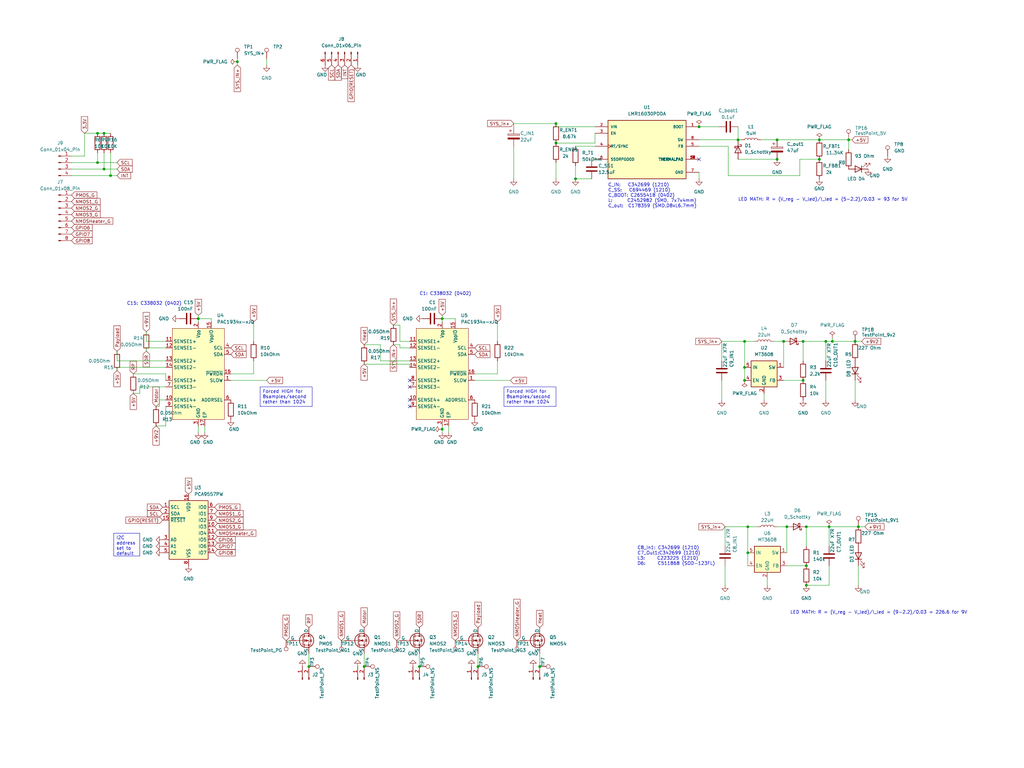
<source format=kicad_sch>
(kicad_sch (version 20230121) (generator eeschema)
  (paper "User" 399.999 299.999)
  (title_block (title "ControlBoardMk1") (company "IrishSat") (comment 1 "Peter Gibbons, Jack Decker, Val Coppo, Dante Lee, Elias Beardmore, Martin Daher..."))
  (junction (at 303.53 54.61))
  (junction (at 40.64 66.04))
  (junction (at 38.1 63.5))
  (junction (at 172.72 124.46))
  (junction (at 273.05 49.53))
  (junction (at 217.17 48.26))
  (junction (at 313.69 133.35))
  (junction (at 186.69 260.35))
  (junction (at 323.85 205.74))
  (junction (at 320.04 54.61))
  (junction (at 292.1 215.9))
  (junction (at 163.83 260.35))
  (junction (at 290.83 143.51))
  (junction (at 224.79 69.85))
  (junction (at 303.53 62.23))
  (junction (at 217.17 55.88))
  (junction (at 290.83 133.35))
  (junction (at 38.1 52.07))
  (junction (at 331.47 54.61))
  (junction (at 320.04 62.23))
  (junction (at 314.96 205.74))
  (junction (at 172.72 167.64))
  (junction (at 314.96 220.98))
  (junction (at 307.34 205.74))
  (junction (at 142.24 260.35))
  (junction (at 290.83 148.59))
  (junction (at 334.01 133.35))
  (junction (at 335.28 205.74))
  (junction (at 325.12 133.35))
  (junction (at 210.82 260.35))
  (junction (at 288.29 54.61))
  (junction (at 306.07 133.35))
  (junction (at 313.69 148.59))
  (junction (at 292.1 205.74))
  (junction (at 40.64 52.07))
  (junction (at 92.71 24.13))
  (junction (at 43.18 68.58))
  (junction (at 77.47 124.46))
  (junction (at 322.58 133.35))
  (junction (at 120.65 260.35))
  (junction (at 314.96 228.6))
  (no_connect (at 160.02 151.13))
  (no_connect (at 160.02 156.21))
  (no_connect (at 273.05 62.23))
  (no_connect (at 160.02 158.75))
  (no_connect (at 160.02 148.59))
  (wire (pts (xy 232.41 55.88) (xy 232.41 52.07)))
  (wire (pts (xy 288.29 62.23) (xy 303.53 62.23)))
  (wire (pts (xy 297.18 54.61) (xy 303.53 54.61)))
  (wire (pts (xy 133.35 250.19) (xy 134.62 250.19)))
  (wire (pts (xy 38.1 63.5) (xy 27.94 63.5)))
  (wire (pts (xy 217.17 49.53) (xy 217.17 48.26)))
  (wire (pts (xy 292.1 215.9) (xy 292.1 220.98)))
  (wire (pts (xy 283.21 220.98) (xy 283.21 228.6)))
  (wire (pts (xy 177.8 124.46) (xy 172.72 124.46)))
  (wire (pts (xy 325.12 132.08) (xy 325.12 133.35)))
  (wire (pts (xy 288.29 54.61) (xy 288.29 49.53)))
  (wire (pts (xy 334.01 148.59) (xy 334.01 156.21)))
  (wire (pts (xy 273.05 57.15) (xy 284.48 57.15)))
  (wire (pts (xy 163.83 255.27) (xy 163.83 260.35)))
  (wire (pts (xy 290.83 133.35) (xy 290.83 143.51)))
  (wire (pts (xy 99.06 146.05) (xy 99.06 140.97)))
  (wire (pts (xy 200.66 48.26) (xy 217.17 48.26)))
  (wire (pts (xy 54.61 153.67) (xy 52.07 153.67)))
  (wire (pts (xy 120.65 255.27) (xy 120.65 260.35)))
  (wire (pts (xy 82.55 124.46) (xy 77.47 124.46)))
  (wire (pts (xy 298.45 153.67) (xy 298.45 156.21)))
  (wire (pts (xy 111.76 250.19) (xy 113.03 250.19)))
  (wire (pts (xy 33.02 60.96) (xy 33.02 52.07)))
  (wire (pts (xy 172.72 168.91) (xy 172.72 167.64)))
  (wire (pts (xy 52.07 146.05) (xy 64.77 146.05)))
  (wire (pts (xy 323.85 213.36) (xy 323.85 205.74)))
  (wire (pts (xy 40.64 59.69) (xy 40.64 66.04)))
  (wire (pts (xy 323.85 205.74) (xy 314.96 205.74)))
  (wire (pts (xy 200.66 69.85) (xy 200.66 57.15)))
  (wire (pts (xy 331.47 54.61) (xy 331.47 58.42)))
  (wire (pts (xy 92.71 22.86) (xy 92.71 24.13)))
  (wire (pts (xy 153.67 134.62) (xy 156.21 134.62)))
  (wire (pts (xy 45.72 63.5) (xy 38.1 63.5)))
  (wire (pts (xy 217.17 55.88) (xy 232.41 55.88)))
  (wire (pts (xy 217.17 63.5) (xy 217.17 69.85)))
  (wire (pts (xy 283.21 205.74) (xy 283.21 213.36)))
  (wire (pts (xy 232.41 49.53) (xy 217.17 49.53)))
  (wire (pts (xy 292.1 205.74) (xy 292.1 215.9)))
  (wire (pts (xy 312.42 62.23) (xy 320.04 62.23)))
  (wire (pts (xy 142.24 134.62) (xy 148.59 134.62)))
  (wire (pts (xy 43.18 59.69) (xy 43.18 68.58)))
  (wire (pts (xy 57.15 133.35) (xy 57.15 129.54)))
  (wire (pts (xy 290.83 133.35) (xy 294.64 133.35)))
  (wire (pts (xy 325.12 133.35) (xy 334.01 133.35)))
  (wire (pts (xy 306.07 148.59) (xy 313.69 148.59)))
  (wire (pts (xy 210.82 255.27) (xy 210.82 260.35)))
  (wire (pts (xy 323.85 205.74) (xy 335.28 205.74)))
  (wire (pts (xy 45.72 140.97) (xy 45.72 137.16)))
  (wire (pts (xy 289.56 54.61) (xy 288.29 54.61)))
  (wire (pts (xy 77.47 166.37) (xy 77.47 168.91)))
  (wire (pts (xy 323.85 228.6) (xy 314.96 228.6)))
  (wire (pts (xy 154.94 250.19) (xy 156.21 250.19)))
  (wire (pts (xy 307.34 220.98) (xy 314.96 220.98)))
  (wire (pts (xy 303.53 205.74) (xy 307.34 205.74)))
  (wire (pts (xy 148.59 140.97) (xy 160.02 140.97)))
  (wire (pts (xy 331.47 54.61) (xy 332.74 54.61)))
  (wire (pts (xy 200.66 48.26) (xy 200.66 49.53)))
  (wire (pts (xy 80.01 168.91) (xy 80.01 166.37)))
  (wire (pts (xy 323.85 220.98) (xy 323.85 228.6)))
  (wire (pts (xy 284.48 57.15) (xy 284.48 68.58)))
  (wire (pts (xy 156.21 134.62) (xy 156.21 135.89)))
  (wire (pts (xy 153.67 127) (xy 156.21 127)))
  (wire (pts (xy 231.14 69.85) (xy 224.79 69.85)))
  (wire (pts (xy 322.58 133.35) (xy 313.69 133.35)))
  (wire (pts (xy 77.47 124.46) (xy 77.47 125.73)))
  (wire (pts (xy 45.72 66.04) (xy 40.64 66.04)))
  (wire (pts (xy 306.07 133.35) (xy 306.07 143.51)))
  (wire (pts (xy 312.42 68.58) (xy 312.42 62.23)))
  (wire (pts (xy 38.1 52.07) (xy 40.64 52.07)))
  (wire (pts (xy 77.47 123.19) (xy 77.47 124.46)))
  (wire (pts (xy 322.58 140.97) (xy 322.58 133.35)))
  (wire (pts (xy 334.01 133.35) (xy 336.55 133.35)))
  (wire (pts (xy 273.05 54.61) (xy 288.29 54.61)))
  (wire (pts (xy 45.72 143.51) (xy 45.72 144.78)))
  (wire (pts (xy 335.28 220.98) (xy 335.28 228.6)))
  (wire (pts (xy 281.94 133.35) (xy 290.83 133.35)))
  (wire (pts (xy 64.77 140.97) (xy 45.72 140.97)))
  (wire (pts (xy 104.14 148.59) (xy 90.17 148.59)))
  (wire (pts (xy 99.06 125.73) (xy 99.06 133.35)))
  (wire (pts (xy 281.94 148.59) (xy 281.94 156.21)))
  (wire (pts (xy 224.79 57.15) (xy 232.41 57.15)))
  (wire (pts (xy 172.72 167.64) (xy 172.72 166.37)))
  (wire (pts (xy 27.94 60.96) (xy 33.02 60.96)))
  (wire (pts (xy 38.1 59.69) (xy 38.1 63.5)))
  (wire (pts (xy 224.79 69.85) (xy 224.79 64.77)))
  (wire (pts (xy 43.18 68.58) (xy 27.94 68.58)))
  (wire (pts (xy 194.31 125.73) (xy 194.31 133.35)))
  (wire (pts (xy 322.58 148.59) (xy 322.58 156.21)))
  (wire (pts (xy 148.59 134.62) (xy 148.59 140.97)))
  (wire (pts (xy 177.8 250.19) (xy 179.07 250.19)))
  (wire (pts (xy 64.77 133.35) (xy 57.15 133.35)))
  (wire (pts (xy 335.28 205.74) (xy 337.82 205.74)))
  (wire (pts (xy 90.17 146.05) (xy 99.06 146.05)))
  (wire (pts (xy 62.23 158.75) (xy 62.23 156.21)))
  (wire (pts (xy 231.14 62.23) (xy 232.41 62.23)))
  (wire (pts (xy 64.77 151.13) (xy 54.61 151.13)))
  (wire (pts (xy 38.1 52.07) (xy 33.02 52.07)))
  (wire (pts (xy 303.53 54.61) (xy 320.04 54.61)))
  (wire (pts (xy 307.34 205.74) (xy 307.34 215.9)))
  (wire (pts (xy 186.69 255.27) (xy 186.69 260.35)))
  (wire (pts (xy 54.61 151.13) (xy 54.61 153.67)))
  (wire (pts (xy 185.42 146.05) (xy 194.31 146.05)))
  (wire (pts (xy 92.71 24.13) (xy 92.71 25.4)))
  (wire (pts (xy 322.58 133.35) (xy 325.12 133.35)))
  (wire (pts (xy 45.72 68.58) (xy 43.18 68.58)))
  (wire (pts (xy 64.77 146.05) (xy 64.77 148.59)))
  (wire (pts (xy 142.24 255.27) (xy 142.24 260.35)))
  (wire (pts (xy 284.48 68.58) (xy 312.42 68.58)))
  (wire (pts (xy 160.02 135.89) (xy 156.21 135.89)))
  (wire (pts (xy 313.69 133.35) (xy 313.69 140.97)))
  (wire (pts (xy 177.8 125.73) (xy 177.8 124.46)))
  (wire (pts (xy 320.04 54.61) (xy 331.47 54.61)))
  (wire (pts (xy 302.26 133.35) (xy 306.07 133.35)))
  (wire (pts (xy 201.93 250.19) (xy 203.2 250.19)))
  (wire (pts (xy 156.21 133.35) (xy 160.02 133.35)))
  (wire (pts (xy 290.83 143.51) (xy 290.83 148.59)))
  (wire (pts (xy 64.77 166.37) (xy 60.96 166.37)))
  (wire (pts (xy 64.77 135.89) (xy 57.15 135.89)))
  (wire (pts (xy 64.77 143.51) (xy 45.72 143.51)))
  (wire (pts (xy 172.72 123.19) (xy 172.72 124.46)))
  (wire (pts (xy 40.64 52.07) (xy 43.18 52.07)))
  (wire (pts (xy 194.31 146.05) (xy 194.31 140.97)))
  (wire (pts (xy 314.96 205.74) (xy 314.96 213.36)))
  (wire (pts (xy 280.67 49.53) (xy 273.05 49.53)))
  (wire (pts (xy 273.05 69.85) (xy 273.05 67.31)))
  (wire (pts (xy 292.1 205.74) (xy 295.91 205.74)))
  (wire (pts (xy 82.55 125.73) (xy 82.55 124.46)))
  (wire (pts (xy 299.72 226.06) (xy 299.72 228.6)))
  (wire (pts (xy 62.23 158.75) (xy 60.96 158.75)))
  (wire (pts (xy 104.14 22.86) (xy 104.14 25.4)))
  (wire (pts (xy 57.15 135.89) (xy 57.15 137.16)))
  (wire (pts (xy 64.77 158.75) (xy 64.77 166.37)))
  (wire (pts (xy 283.21 205.74) (xy 292.1 205.74)))
  (wire (pts (xy 281.94 133.35) (xy 281.94 140.97)))
  (wire (pts (xy 142.24 142.24) (xy 160.02 142.24)))
  (wire (pts (xy 172.72 124.46) (xy 172.72 125.73)))
  (wire (pts (xy 160.02 142.24) (xy 160.02 143.51)))
  (wire (pts (xy 199.39 148.59) (xy 185.42 148.59)))
  (wire (pts (xy 62.23 156.21) (xy 64.77 156.21)))
  (wire (pts (xy 175.26 168.91) (xy 175.26 166.37)))
  (wire (pts (xy 40.64 66.04) (xy 27.94 66.04)))
  (wire (pts (xy 156.21 133.35) (xy 156.21 127)))
  (text_box "Forced HIGH for 8samples/second rather than 1024" (at 101.6 151.13 0) (size 20.32 7.62) (effects (font (size 1.27 1.27)) (justify left top)))
  (text_box "I2C address set to default" (at 44.45 208.28 0) (size 10.16 8.89) (effects (font (size 1.27 1.27)) (justify left top)))
  (text_box "Forced HIGH for 8samples/second rather than 1024" (at 196.85 151.13 0) (size 20.32 7.62) (effects (font (size 1.27 1.27)) (justify left top)))
  (text "LED MATH: R = (V_reg - V_led)/I_led = (5-2.2)/0.03 = 93 for 5V" (at 288.29 78.74 0) (effects (font (size 1.27 1.27)) (justify left bottom)))
  (text "C15: C338032 (0402)" (at 49.53 119.38 0) (effects (font (size 1.27 1.27)) (justify left bottom)))
  (text "C8_In1: C342699 (1210)\nC7_Out1:C342699 (1210)\nL3:     C223225 (1210)\nD6:     C511868 (SOD-123FL)\n" (at 248.92 220.98 0) (effects (font (size 1.27 1.27)) (justify left bottom)))
  (text "LED MATH: R = (V_reg - V_led)/I_led = (9-2.2)/0.03 = 226.6 for 9V" (at 308.61 240.03 0) (effects (font (size 1.27 1.27)) (justify left bottom)))
  (text "C_IN:   C342699 (1210)\nC_SS:   C694469 (1210)\nC_BOOT: C2655418 (0402)\nL:      C2452982 (SMD, 7x7x4mm)\nC_out:  C178359 (SMD,D8xL6.7mm)" (at 237.49 81.28 0) (effects (font (size 1.27 1.27)) (justify left bottom)))
  (text "C1: C338032 (0402)" (at 163.83 115.57 0) (effects (font (size 1.27 1.27)) (justify left bottom)))
  (global_label "SDA" (shape input) (at 45.72 66.04 0) (property "Intersheetrefs" "${INTERSHEET_REFS}" (effects hide)))
  (global_label "SDA" (shape input) (at 132.08 25.4 270) (property "Intersheetrefs" "${INTERSHEET_REFS}" (effects hide)))
  (global_label "+5V" (shape input) (at 199.39 148.59 0) (property "Intersheetrefs" "${INTERSHEET_REFS}" (effects hide)))
  (global_label "+5V" (shape input) (at 194.31 125.73 90) (property "Intersheetrefs" "${INTERSHEET_REFS}" (effects hide)))
  (global_label "NMOSHeater_G" (shape input) (at 27.94 86.36 0) (property "Intersheetrefs" "${INTERSHEET_REFS}" (effects hide)))
  (global_label "RP" (shape input) (at 52.07 146.05 90) (property "Intersheetrefs" "${INTERSHEET_REFS}" (effects hide)))
  (global_label "+9V1" (shape input) (at 57.15 129.54 90) (property "Intersheetrefs" "${INTERSHEET_REFS}" (effects hide)))
  (global_label "NMOS2_G" (shape input) (at 154.94 250.19 90) (property "Intersheetrefs" "${INTERSHEET_REFS}" (effects hide)))
  (global_label "Motor" (shape input) (at 142.24 245.11 90) (property "Intersheetrefs" "${INTERSHEET_REFS}" (effects hide)))
  (global_label "SDA" (shape input) (at 185.42 138.43 0) (property "Intersheetrefs" "${INTERSHEET_REFS}" (effects hide)))
  (global_label "PMOS_G" (shape input) (at 111.76 250.19 90) (property "Intersheetrefs" "${INTERSHEET_REFS}" (effects hide)))
  (global_label "GPIO7" (shape input) (at 83.82 213.36 0) (property "Intersheetrefs" "${INTERSHEET_REFS}" (effects hide)))
  (global_label "SDR" (shape input) (at 57.15 137.16 270) (property "Intersheetrefs" "${INTERSHEET_REFS}" (effects hide)))
  (global_label "NMOS3_G" (shape input) (at 27.94 83.82 0) (property "Intersheetrefs" "${INTERSHEET_REFS}" (effects hide)))
  (global_label "INT" (shape input) (at 134.62 25.4 270) (property "Intersheetrefs" "${INTERSHEET_REFS}" (effects hide)))
  (global_label "SCL" (shape input) (at 185.42 135.89 0) (property "Intersheetrefs" "${INTERSHEET_REFS}" (effects hide)))
  (global_label "+5V" (shape input) (at 332.74 54.61 0) (property "Intersheetrefs" "${INTERSHEET_REFS}" (effects hide)))
  (global_label "NMOS3_G" (shape input) (at 177.8 250.19 90) (property "Intersheetrefs" "${INTERSHEET_REFS}" (effects hide)))
  (global_label "NMOSHeater_G" (shape input) (at 201.93 250.19 90) (property "Intersheetrefs" "${INTERSHEET_REFS}" (effects hide)))
  (global_label "SYS_in+" (shape input) (at 281.94 133.35 180) (property "Intersheetrefs" "${INTERSHEET_REFS}" (effects hide)))
  (global_label "GPIO(RESET)" (shape input) (at 63.5 203.2 180) (property "Intersheetrefs" "${INTERSHEET_REFS}" (effects hide)))
  (global_label "NMOS3_G" (shape input) (at 83.82 205.74 0) (property "Intersheetrefs" "${INTERSHEET_REFS}" (effects hide)))
  (global_label "SYS_in+" (shape input) (at 283.21 205.74 180) (property "Intersheetrefs" "${INTERSHEET_REFS}" (effects hide)))
  (global_label "+5V" (shape input) (at 142.24 142.24 270) (property "Intersheetrefs" "${INTERSHEET_REFS}" (effects hide)))
  (global_label "SYS_IN+" (shape input) (at 153.67 134.62 270) (property "Intersheetrefs" "${INTERSHEET_REFS}" (effects hide)))
  (global_label "NMOSHeater_G" (shape input) (at 83.82 208.28 0) (property "Intersheetrefs" "${INTERSHEET_REFS}" (effects hide)))
  (global_label "Payload" (shape input) (at 186.69 245.11 90) (property "Intersheetrefs" "${INTERSHEET_REFS}" (effects hide)))
  (global_label "SCL" (shape input) (at 63.5 200.66 180) (property "Intersheetrefs" "${INTERSHEET_REFS}" (effects hide)))
  (global_label "Motor" (shape input) (at 60.96 158.75 90) (property "Intersheetrefs" "${INTERSHEET_REFS}" (effects hide)))
  (global_label "+5V" (shape input) (at 52.07 153.67 270) (property "Intersheetrefs" "${INTERSHEET_REFS}" (effects hide)))
  (global_label "GPIO8" (shape input) (at 27.94 93.98 0) (property "Intersheetrefs" "${INTERSHEET_REFS}" (effects hide)))
  (global_label "SCL" (shape input) (at 45.72 63.5 0) (property "Intersheetrefs" "${INTERSHEET_REFS}" (effects hide)))
  (global_label "+9V2" (shape input) (at 336.55 133.35 0) (property "Intersheetrefs" "${INTERSHEET_REFS}" (effects hide)))
  (global_label "SCL" (shape input) (at 129.54 25.4 270) (property "Intersheetrefs" "${INTERSHEET_REFS}" (effects hide)))
  (global_label "GPIO6" (shape input) (at 27.94 88.9 0) (property "Intersheetrefs" "${INTERSHEET_REFS}" (effects hide)))
  (global_label "Heat" (shape input) (at 142.24 134.62 90) (property "Intersheetrefs" "${INTERSHEET_REFS}" (effects hide)))
  (global_label "SYS_in+" (shape input) (at 200.66 48.26 180) (property "Intersheetrefs" "${INTERSHEET_REFS}" (effects hide)))
  (global_label "+5V" (shape input) (at 73.66 193.04 90) (property "Intersheetrefs" "${INTERSHEET_REFS}" (effects hide)))
  (global_label "+5V" (shape input) (at 45.72 144.78 270) (property "Intersheetrefs" "${INTERSHEET_REFS}" (effects hide)))
  (global_label "INT" (shape input) (at 45.72 68.58 0) (property "Intersheetrefs" "${INTERSHEET_REFS}" (effects hide)))
  (global_label "SDA" (shape input) (at 63.5 198.12 180) (property "Intersheetrefs" "${INTERSHEET_REFS}" (effects hide)))
  (global_label "+5V" (shape input) (at 99.06 125.73 90) (property "Intersheetrefs" "${INTERSHEET_REFS}" (effects hide)))
  (global_label "PMOS_G" (shape input) (at 83.82 198.12 0) (property "Intersheetrefs" "${INTERSHEET_REFS}" (effects hide)))
  (global_label "Heat" (shape input) (at 210.82 245.11 90) (property "Intersheetrefs" "${INTERSHEET_REFS}" (effects hide)))
  (global_label "+5V" (shape input) (at 77.47 123.19 90) (property "Intersheetrefs" "${INTERSHEET_REFS}" (effects hide)))
  (global_label "NMOS1_G" (shape input) (at 133.35 250.19 90) (property "Intersheetrefs" "${INTERSHEET_REFS}" (effects hide)))
  (global_label "+5V" (shape input) (at 172.72 123.19 90) (property "Intersheetrefs" "${INTERSHEET_REFS}" (effects hide)))
  (global_label "GPIO6" (shape input) (at 83.82 210.82 0) (property "Intersheetrefs" "${INTERSHEET_REFS}" (effects hide)))
  (global_label "3.3V" (shape input) (at 33.02 52.07 90) (property "Intersheetrefs" "${INTERSHEET_REFS}" (effects hide)))
  (global_label "RP" (shape input) (at 120.65 245.11 90) (property "Intersheetrefs" "${INTERSHEET_REFS}" (effects hide)))
  (global_label "+5V" (shape input) (at 104.14 148.59 0) (property "Intersheetrefs" "${INTERSHEET_REFS}" (effects hide)))
  (global_label "GPIO8" (shape input) (at 83.82 215.9 0) (property "Intersheetrefs" "${INTERSHEET_REFS}" (effects hide)))
  (global_label "SDA" (shape input) (at 90.17 138.43 0) (property "Intersheetrefs" "${INTERSHEET_REFS}" (effects hide)))
  (global_label "+9V2" (shape input) (at 60.96 166.37 270) (property "Intersheetrefs" "${INTERSHEET_REFS}" (effects hide)))
  (global_label "SYS_in+" (shape input) (at 153.67 127 90) (property "Intersheetrefs" "${INTERSHEET_REFS}" (effects hide)))
  (global_label "PMOS_G" (shape input) (at 27.94 76.2 0) (property "Intersheetrefs" "${INTERSHEET_REFS}" (effects hide)))
  (global_label "Payload" (shape input) (at 45.72 137.16 90) (property "Intersheetrefs" "${INTERSHEET_REFS}" (effects hide)))
  (global_label "NMOS1_G" (shape input) (at 27.94 78.74 0) (property "Intersheetrefs" "${INTERSHEET_REFS}" (effects hide)))
  (global_label "SCL" (shape input) (at 90.17 135.89 0) (property "Intersheetrefs" "${INTERSHEET_REFS}" (effects hide)))
  (global_label "NMOS1_G" (shape input) (at 83.82 200.66 0) (property "Intersheetrefs" "${INTERSHEET_REFS}" (effects hide)))
  (global_label "NMOS2_G" (shape input) (at 27.94 81.28 0) (property "Intersheetrefs" "${INTERSHEET_REFS}" (effects hide)))
  (global_label "GPIO(RESET)" (shape input) (at 137.16 25.4 270) (property "Intersheetrefs" "${INTERSHEET_REFS}" (effects hide)))
  (global_label "NMOS2_G" (shape input) (at 83.82 203.2 0) (property "Intersheetrefs" "${INTERSHEET_REFS}" (effects hide)))
  (global_label "SYS_IN+" (shape input) (at 92.71 25.4 270) (property "Intersheetrefs" "${INTERSHEET_REFS}" (effects hide)))
  (global_label "SDR" (shape input) (at 163.83 245.11 90) (property "Intersheetrefs" "${INTERSHEET_REFS}" (effects hide)))
  (global_label "+9V1" (shape input) (at 337.82 205.74 0) (property "Intersheetrefs" "${INTERSHEET_REFS}" (effects hide)))
  (global_label "GPIO7" (shape input) (at 27.94 91.44 0) (property "Intersheetrefs" "${INTERSHEET_REFS}" (effects hide)))
  (symbol (lib_id "power:GND") (at 322.58 156.21 0) (unit 1)
    (property "Reference" "#PWR029" (effects hide))
    (property "Value" "GND" (at 322.58 161.29 0))
  )
  (symbol (lib_id "Device:R") (at 217.17 59.69 0) (unit 1)
    (property "Reference" "R_ENB1" (at 218.44 58.42 0) (effects (justify left)))
    (property "Value" "2k" (at 219.71 60.96 0) (effects (justify left)))
    (property "Footprint" "Resistor_SMD:R_0402_1005Metric" (effects hide))
  )
  (symbol (lib_id "power:GND") (at 80.01 168.91 0) (unit 1)
    (property "Reference" "#PWR042" (effects hide))
    (property "Value" "GND" (at 81.28 172.72 0))
  )
  (symbol (lib_id "Connector:Conn_01x02_Pin") (at 118.11 265.43 90) (unit 1)
    (property "Reference" "J2" (at 121.92 263.525 90) (effects (justify right)))
    (property "Value" "Conn_01x02_Pin" (effects hide))
    (property "Footprint" "Connector_JST:JST_PH_S2B-PH-K_1x02_P2.00mm_Horizontal" (effects hide))
  )
  (symbol (lib_id "Device:R") (at 142.24 138.43 180) (unit 1)
    (property "Reference" "R17" (at 148.59 139.7 0) (effects (justify left)))
    (property "Value" "0.05Ohm" (at 152.4 137.16 0) (effects (justify left)))
    (property "Footprint" "Resistor_SMD:R_1206_3216Metric" (effects hide))
  )
  (symbol (lib_id "Device:C_Polarized") (at 200.66 53.34 0) (unit 1)
    (property "Reference" "C_IN1" (at 203.2 52.07 0) (effects (justify left)))
    (property "Value" "22uF" (at 203.2 54.61 0) (effects (justify left)))
    (property "Footprint" "Capacitor_SMD:C_1210_3225Metric" (effects hide))
  )
  (symbol (lib_id "Sensor_Energy:PAC1934x-xJQ") (at 77.47 146.05 0) (unit 1)
    (property "Reference" "U4" (at 84.7441 123.19 0) (effects (justify left)))
    (property "Value" "PAC1934x-xJQ" (at 84.7441 125.73 0) (effects (justify left)))
    (property "Footprint" "Package_DFN_QFN:UQFN-16-1EP_4x4mm_P0.65mm_EP2.6x2.6mm" (effects hide))
    (property "Datasheet" "https://ww1.microchip.com/downloads/en/DeviceDoc/PAC1931-Family-Data-Sheet-DS20005850E.pdf" (effects hide))
  )
  (symbol (lib_id "power:GND") (at 283.21 228.6 0) (unit 1)
    (property "Reference" "#PWR024" (effects hide))
    (property "Value" "GND" (at 283.21 233.68 0))
  )
  (symbol (lib_id "Connector:Conn_01x02_Pin") (at 184.15 265.43 90) (unit 1)
    (property "Reference" "J5" (at 187.96 263.525 90) (effects (justify right)))
    (property "Value" "Conn_01x02_Pin" (effects hide))
    (property "Footprint" "Connector_JST:JST_PH_S2B-PH-K_1x02_P2.00mm_Horizontal" (effects hide))
  )
  (symbol (lib_id "power:GND") (at 185.42 163.83 0) (unit 1)
    (property "Reference" "#PWR020" (effects hide))
    (property "Value" "GND" (at 186.69 167.64 0))
  )
  (symbol (lib_id "Device:R") (at 153.67 130.81 180) (unit 1)
    (property "Reference" "R19" (at 152.4 132.08 0) (effects (justify left)))
    (property "Value" "0.05Ohm" (at 152.4 129.54 0) (effects (justify left)))
    (property "Footprint" "Resistor_SMD:R_1206_3216Metric" (effects hide))
  )
  (symbol (lib_id "Device:R") (at 313.69 152.4 0) (unit 1)
    (property "Reference" "R4" (at 316.23 151.13 0) (effects (justify left)))
    (property "Value" "10k" (at 316.23 153.67 0) (effects (justify left)))
    (property "Footprint" "Resistor_SMD:R_0402_1005Metric" (effects hide))
  )
  (symbol (lib_id "power:GND") (at 208.28 260.35 180) (unit 1)
    (property "Reference" "#PWR013" (effects hide))
    (property "Value" "GND" (at 208.28 255.27 0))
  )
  (symbol (lib_id "Device:C") (at 283.21 217.17 0) (unit 1)
    (property "Reference" "C8_IN1" (at 287.02 215.9 90) (effects (justify left)))
    (property "Value" "22uF X7R" (at 284.48 215.9 90) (effects (justify left)))
    (property "Footprint" "Capacitor_SMD:C_1210_3225Metric" (effects hide))
  )
  (symbol (lib_id "Device:C") (at 281.94 144.78 0) (unit 1)
    (property "Reference" "C9_IN1" (at 285.75 143.51 90) (effects (justify left)))
    (property "Value" "22uF X7R" (at 283.21 143.51 90) (effects (justify left)))
    (property "Footprint" "Capacitor_SMD:C_1210_3225Metric" (effects hide))
  )
  (symbol (lib_id "Connector:TestPoint") (at 201.93 250.19 180) (unit 1)
    (property "Reference" "TP21" (at 201.93 251.46 0) (effects (justify right)))
    (property "Value" "TestPoint_NG3" (at 191.77 254 0) (effects (justify right)))
    (property "Footprint" "TestPoint:TestPoint_Pad_1.5x1.5mm" (effects hide))
  )
  (symbol (lib_id "Connector:TestPoint") (at 331.47 54.61 0) (unit 1)
    (property "Reference" "TP16" (at 334.01 50.038 0) (effects (justify left)))
    (property "Value" "TestPoint_5V" (at 334.01 52.07 0) (effects (justify left)))
    (property "Footprint" "TestPoint:TestPoint_Pad_3.0x3.0mm" (effects hide))
  )
  (symbol (lib_id "power:GND") (at 313.69 156.21 0) (unit 1)
    (property "Reference" "#PWR027" (effects hide))
    (property "Value" "GND" (at 313.69 161.29 0))
  )
  (symbol (lib_id "power:GND") (at 63.5 215.9 270) (unit 1)
    (property "Reference" "#PWR033" (effects hide))
    (property "Value" "GND" (at 59.69 215.9 90) (effects (justify right)))
  )
  (symbol (lib_id "Device:L") (at 293.37 54.61 90) (unit 1)
    (property "Reference" "L1" (at 293.37 49.53 90))
    (property "Value" "5uH" (at 293.37 52.07 90))
    (property "Footprint" "Inductor_SMD:L_6.3x6.3_H3" (effects hide))
  )
  (symbol (lib_id "power:PWR_FLAG") (at 323.85 205.74 0) (unit 1)
    (property "Reference" "#FLG06" (effects hide))
    (property "Value" "PWR_FLAG" (at 323.85 200.66 0))
  )
  (symbol (lib_id "Device:LED") (at 335.28 217.17 90) (unit 1)
    (property "Reference" "D3" (at 332.74 218.44 0))
    (property "Value" "LED" (at 332.74 214.63 0))
    (property "Footprint" "LED_SMD:LED_0402_1005Metric" (effects hide))
  )
  (symbol (lib_id "Device:R") (at 320.04 58.42 0) (unit 1)
    (property "Reference" "R_FBT1" (at 321.31 57.15 0) (effects (justify left)))
    (property "Value" "11.34K" (at 322.58 59.69 0) (effects (justify left)))
    (property "Footprint" "Resistor_SMD:R_0402_1005Metric" (effects hide))
  )
  (symbol (lib_id "power:GND") (at 217.17 69.85 0) (unit 1)
    (property "Reference" "#PWR09" (effects hide))
    (property "Value" "GND" (at 217.17 74.93 0))
  )
  (symbol (lib_id "Device:R") (at 224.79 60.96 0) (unit 1)
    (property "Reference" "R_T1" (at 227.33 59.69 0) (effects (justify left)))
    (property "Value" "50kOhm" (at 227.33 62.23 0) (effects (justify left)))
    (property "Footprint" "Resistor_SMD:R_0402_1005Metric" (effects hide))
  )
  (symbol (lib_id "power:PWR_FLAG") (at 273.05 49.53 0) (unit 1)
    (property "Reference" "#FLG02" (effects hide))
    (property "Value" "PWR_FLAG" (at 273.05 44.45 0))
  )
  (symbol (lib_id "power:GND") (at 127 25.4 0) (unit 1)
    (property "Reference" "#PWR01" (effects hide))
    (property "Value" "GND" (at 125.73 29.21 0))
  )
  (symbol (lib_id "Simulation_SPICE:NMOS") (at 208.28 250.19 0) (unit 1)
    (property "Reference" "Q5" (at 214.63 248.92 0) (effects (justify left)))
    (property "Value" "NMOS4" (at 214.63 251.46 0) (effects (justify left)))
    (property "Footprint" "IRLML2502:SOT95P237X112-3N" (effects hide))
    (property "Datasheet" "https://ngspice.sourceforge.io/docs/ngspice-manual.pdf" (effects hide))
    (property "Sim.Device" "NMOS" (effects hide))
    (property "Sim.Type" "VDMOS" (effects hide))
    (property "Sim.Pins" "1=D 2=G 3=S" (effects hide))
  )
  (symbol (lib_id "Regulator_Switching:MT3608") (at 298.45 146.05 0) (unit 1)
    (property "Reference" "U2" (at 298.45 135.89 0))
    (property "Value" "MT3608" (at 298.45 138.43 0))
    (property "Footprint" "Package_TO_SOT_SMD:SOT-23-6" (effects hide))
    (property "Datasheet" "https://www.olimex.com/Products/Breadboarding/BB-PWR-3608/resources/MT3608.pdf" (effects hide))
  )
  (symbol (lib_id "Connector:TestPoint") (at 92.71 22.86 0) (unit 1)
    (property "Reference" "TP1" (at 95.25 18.288 0) (effects (justify left)))
    (property "Value" "SYS_IN+" (at 95.25 20.828 0) (effects (justify left)))
    (property "Footprint" "TestPoint:TestPoint_Pad_3.0x3.0mm" (effects hide))
  )
  (symbol (lib_id "Connector:TestPoint") (at 154.94 250.19 180) (unit 1)
    (property "Reference" "TP13" (at 154.94 251.46 0) (effects (justify right)))
    (property "Value" "TestPoint_NG2" (at 144.78 254 0) (effects (justify right)))
    (property "Footprint" "TestPoint:TestPoint_Pad_1.5x1.5mm" (effects hide))
  )
  (symbol (lib_id "power:GND") (at 175.26 168.91 0) (unit 1)
    (property "Reference" "#PWR019" (effects hide))
    (property "Value" "GND" (at 176.53 172.72 0))
  )
  (symbol (lib_id "Device:LED") (at 335.28 66.04 180) (unit 1)
    (property "Reference" "D4" (at 336.55 69.85 0))
    (property "Value" "LED" (at 332.74 69.85 0))
    (property "Footprint" "LED_SMD:LED_0402_1005Metric" (effects hide))
  )
  (symbol (lib_id "power:GND") (at 104.14 25.4 0) (unit 1)
    (property "Reference" "#PWR06" (effects hide))
    (property "Value" "GND" (at 104.14 30.48 0))
  )
  (symbol (lib_id "Device:R") (at 43.18 55.88 180) (unit 1)
    (property "Reference" "R16" (at 41.91 54.61 0) (effects (justify right)))
    (property "Value" "10K" (at 41.91 57.15 0) (effects (justify right)))
    (property "Footprint" "Resistor_SMD:R_0402_1005Metric" (effects hide))
  )
  (symbol (lib_id "power:GND") (at 281.94 156.21 0) (unit 1)
    (property "Reference" "#PWR025" (effects hide))
    (property "Value" "GND" (at 281.94 161.29 0))
  )
  (symbol (lib_id "Device:LED") (at 334.01 144.78 90) (unit 1)
    (property "Reference" "D8" (at 331.47 146.05 0))
    (property "Value" "LED" (at 331.47 142.24 0))
    (property "Footprint" "LED_SMD:LED_0402_1005Metric" (effects hide))
  )
  (symbol (lib_id "power:GND") (at 63.5 213.36 270) (unit 1)
    (property "Reference" "#PWR034" (effects hide))
    (property "Value" "GND" (at 59.69 213.36 90) (effects (justify right)))
  )
  (symbol (lib_id "Connector:Conn_01x04_Pin") (at 22.86 63.5 0) (unit 1)
    (property "Reference" "J9" (at 23.495 55.88 0))
    (property "Value" "Conn_01x04_Pin" (at 23.495 58.42 0))
    (property "Footprint" "Connector_PinHeader_2.54mm:PinHeader_1x04_P2.54mm_Vertical" (effects hide))
  )
  (symbol (lib_id "Connector:TestPoint") (at 346.71 60.96 0) (unit 1)
    (property "Reference" "TP8" (at 349.25 56.388 0) (effects (justify left)))
    (property "Value" "GND" (at 349.25 58.928 0) (effects (justify left)))
    (property "Footprint" "TestPoint:TestPoint_Pad_2.0x2.0mm" (effects hide))
  )
  (symbol (lib_id "Regulator_Switching:MT3608") (at 299.72 218.44 0) (unit 1)
    (property "Reference" "U6" (at 299.72 208.28 0))
    (property "Value" "MT3608" (at 299.72 210.82 0))
    (property "Footprint" "Package_TO_SOT_SMD:SOT-23-6" (effects hide))
    (property "Datasheet" "https://www.olimex.com/Products/Breadboarding/BB-PWR-3608/resources/MT3608.pdf" (effects hide))
  )
  (symbol (lib_id "Connector:TestPoint") (at 142.24 260.35 270) (unit 1)
    (property "Reference" "TP4" (at 143.51 260.35 0) (effects (justify right)))
    (property "Value" "TestPoint_NS" (at 147.32 273.05 0) (effects (justify right)))
    (property "Footprint" "TestPoint:TestPoint_Pad_1.5x1.5mm" (effects hide))
  )
  (symbol (lib_id "power:GND") (at 298.45 156.21 0) (unit 1)
    (property "Reference" "#PWR026" (effects hide))
    (property "Value" "GND" (at 298.45 161.29 0))
  )
  (symbol (lib_id "Connector:TestPoint") (at 120.65 260.35 270) (unit 1)
    (property "Reference" "TP3" (at 121.92 260.35 0) (effects (justify right)))
    (property "Value" "TestPoint_PS" (at 125.73 273.05 0) (effects (justify right)))
    (property "Footprint" "TestPoint:TestPoint_Pad_1.5x1.5mm" (effects hide))
  )
  (symbol (lib_id "Device:R") (at 314.96 224.79 0) (unit 1)
    (property "Reference" "R2" (at 317.5 223.52 0) (effects (justify left)))
    (property "Value" "10k" (at 317.5 226.06 0) (effects (justify left)))
    (property "Footprint" "Resistor_SMD:R_0402_1005Metric" (effects hide))
  )
  (symbol (lib_id "Connector:TestPoint") (at 210.82 260.35 270) (unit 1)
    (property "Reference" "TP7" (at 212.09 260.35 0) (effects (justify right)))
    (property "Value" "TestPoint_NS" (at 215.9 273.05 0) (effects (justify right)))
    (property "Footprint" "TestPoint:TestPoint_Pad_1.5x1.5mm" (effects hide))
  )
  (symbol (lib_id "Device:R") (at 313.69 144.78 0) (unit 1)
    (property "Reference" "R3" (at 316.23 143.51 0) (effects (justify left)))
    (property "Value" "2.2k" (at 316.23 146.05 0) (effects (justify left)))
    (property "Footprint" "Resistor_SMD:R_0402_1005Metric" (effects hide))
  )
  (symbol (lib_id "Device:R") (at 194.31 137.16 0) (unit 1)
    (property "Reference" "R22" (at 196.85 135.89 0) (effects (justify left)))
    (property "Value" "10kOhm" (at 196.85 138.43 0) (effects (justify left)))
    (property "Footprint" "Resistor_SMD:R_0402_1005Metric" (effects hide))
  )
  (symbol (lib_id "power:GND") (at 339.09 66.04 0) (unit 1)
    (property "Reference" "#PWR036" (effects hide))
    (property "Value" "GND" (at 341.63 68.58 0))
  )
  (symbol (lib_id "power:GND") (at 90.17 163.83 0) (unit 1)
    (property "Reference" "#PWR044" (effects hide))
    (property "Value" "GND" (at 91.44 167.64 0))
  )
  (symbol (lib_id "power:GND") (at 139.7 260.35 180) (unit 1)
    (property "Reference" "#PWR03" (effects hide))
    (property "Value" "GND" (at 139.7 255.27 0))
  )
  (symbol (lib_id "Sensor_Energy:PAC1934x-xJQ") (at 172.72 146.05 0) (unit 1)
    (property "Reference" "U5" (at 179.9941 123.19 0) (effects (justify left)))
    (property "Value" "PAC1934x-xJQ" (at 179.9941 125.73 0) (effects (justify left)))
    (property "Footprint" "Package_DFN_QFN:UQFN-16-1EP_4x4mm_P0.65mm_EP2.6x2.6mm" (effects hide))
    (property "Datasheet" "https://ww1.microchip.com/downloads/en/DeviceDoc/PAC1931-Family-Data-Sheet-DS20005850E.pdf" (effects hide))
  )
  (symbol (lib_id "Device:C") (at 284.48 49.53 90) (unit 1)
    (property "Reference" "C_boot1" (at 284.48 43.18 90))
    (property "Value" "0.1uF" (at 284.48 45.72 90))
    (property "Footprint" "Capacitor_SMD:C_0402_1005Metric" (effects hide))
  )
  (symbol (lib_id "Device:C") (at 231.14 66.04 0) (unit 1)
    (property "Reference" "C_SS1" (at 233.68 64.77 0) (effects (justify left)))
    (property "Value" "12.5uF" (at 233.68 67.31 0) (effects (justify left)))
    (property "Footprint" "Capacitor_SMD:C_1210_3225Metric" (effects hide))
  )
  (symbol (lib_id "power:GND") (at 314.96 228.6 0) (unit 1)
    (property "Reference" "#PWR022" (effects hide))
    (property "Value" "GND" (at 314.96 233.68 0))
  )
  (symbol (lib_id "power:GND") (at 320.04 69.85 0) (unit 1)
    (property "Reference" "#PWR012" (effects hide))
    (property "Value" "GND" (at 320.04 73.66 0))
  )
  (symbol (lib_id "power:GND") (at 335.28 228.6 0) (unit 1)
    (property "Reference" "#PWR032" (effects hide))
    (property "Value" "GND" (at 337.82 231.14 0))
  )
  (symbol (lib_id "Device:C") (at 323.85 217.17 0) (unit 1)
    (property "Reference" "C7_OUT1" (at 327.66 215.9 90) (effects (justify left)))
    (property "Value" "22uF X7R" (at 325.12 215.9 90) (effects (justify left)))
    (property "Footprint" "Capacitor_SMD:C_1210_3225Metric" (effects hide))
  )
  (symbol (lib_id "Device:R") (at 38.1 55.88 180) (unit 1)
    (property "Reference" "R6" (at 36.83 54.61 0) (effects (justify right)))
    (property "Value" "10K" (at 36.83 57.15 0) (effects (justify right)))
    (property "Footprint" "Resistor_SMD:R_0402_1005Metric" (effects hide))
  )
  (symbol (lib_id "Connector:Conn_01x06_Pin") (at 134.62 20.32 270) (unit 1)
    (property "Reference" "J8" (at 133.35 15.24 90))
    (property "Value" "Conn_01x06_Pin" (at 133.35 17.78 90))
    (property "Footprint" "Connector_PinHeader_2.54mm:PinHeader_1x06_P2.54mm_Vertical" (effects hide))
  )
  (symbol (lib_id "Device:R") (at 185.42 160.02 0) (unit 1)
    (property "Reference" "R21" (at 187.96 158.75 0) (effects (justify left)))
    (property "Value" "10kOhm" (at 187.96 161.29 0) (effects (justify left)))
    (property "Footprint" "Resistor_SMD:R_0402_1005Metric" (effects hide))
  )
  (symbol (lib_id "Device:R") (at 52.07 149.86 180) (unit 1)
    (property "Reference" "R12" (at 58.42 151.13 0) (effects (justify left)))
    (property "Value" "0.05Ohm" (at 62.23 148.59 0) (effects (justify left)))
    (property "Footprint" "Resistor_SMD:R_1206_3216Metric" (effects hide))
  )
  (symbol (lib_id "Device:R") (at 217.17 52.07 0) (unit 1)
    (property "Reference" "R_ENT1" (at 218.44 50.8 0) (effects (justify left)))
    (property "Value" "8.67k" (at 219.71 53.34 0) (effects (justify left)))
    (property "Footprint" "Resistor_SMD:R_0402_1005Metric" (effects hide))
  )
  (symbol (lib_id "Device:C") (at 168.91 124.46 270) (unit 1)
    (property "Reference" "C1" (at 168.91 118.11 90))
    (property "Value" "100nF" (at 167.64 120.65 90))
    (property "Footprint" "Capacitor_SMD:C_0402_1005Metric" (effects hide))
  )
  (symbol (lib_id "power:GND") (at 172.72 168.91 0) (unit 1)
    (property "Reference" "#PWR018" (effects hide))
    (property "Value" "GND" (at 171.45 172.72 0))
  )
  (symbol (lib_id "Connector:Conn_01x02_Pin") (at 139.7 265.43 90) (unit 1)
    (property "Reference" "J3" (at 143.51 263.525 90) (effects (justify right)))
    (property "Value" "Conn_01x02_Pin" (effects hide))
    (property "Footprint" "Connector_JST:JST_PH_S2B-PH-K_1x02_P2.00mm_Horizontal" (effects hide))
  )
  (symbol (lib_id "power:GND") (at 161.29 260.35 180) (unit 1)
    (property "Reference" "#PWR04" (effects hide))
    (property "Value" "GND" (at 161.29 255.27 0))
  )
  (symbol (lib_id "power:PWR_FLAG") (at 290.83 148.59 180) (unit 1)
    (property "Reference" "#FLG03" (effects hide))
    (property "Value" "PWR_FLAG" (at 290.83 153.67 0))
  )
  (symbol (lib_id "power:GND") (at 118.11 260.35 180) (unit 1)
    (property "Reference" "#PWR02" (effects hide))
    (property "Value" "GND" (at 118.11 255.27 0))
  )
  (symbol (lib_id "Device:C") (at 73.66 124.46 270) (unit 1)
    (property "Reference" "C15" (at 73.66 118.11 90))
    (property "Value" "100nF" (at 72.39 120.65 90))
    (property "Footprint" "Capacitor_SMD:C_0402_1005Metric" (effects hide))
  )
  (symbol (lib_id "Device:L") (at 298.45 133.35 90) (unit 1)
    (property "Reference" "L4" (at 298.45 128.27 90))
    (property "Value" "22uH" (at 298.45 130.81 90))
    (property "Footprint" "Inductor_SMD:L_1210_3225Metric" (effects hide))
  )
  (symbol (lib_id "power:GND") (at 299.72 228.6 0) (unit 1)
    (property "Reference" "#PWR023" (effects hide))
    (property "Value" "GND" (at 299.72 233.68 0))
  )
  (symbol (lib_id "Interface_Expansion:PCA9557PW") (at 73.66 205.74 0) (unit 1)
    (property "Reference" "U3" (at 75.8541 190.5 0) (effects (justify left)))
    (property "Value" "PCA9557PW" (at 75.8541 193.04 0) (effects (justify left)))
    (property "Footprint" "Package_SO:TSSOP-16_4.4x5mm_P0.65mm" (effects hide))
    (property "Datasheet" "https://www.nxp.com/docs/en/data-sheet/PCA9557.pdf" (effects hide))
  )
  (symbol (lib_id "Simulation_SPICE:NMOS") (at 161.29 250.19 0) (unit 1)
    (property "Reference" "Q3" (at 167.64 248.92 0) (effects (justify left)))
    (property "Value" "NMOS2" (at 167.64 251.46 0) (effects (justify left)))
    (property "Footprint" "IRLML2502:SOT95P237X112-3N" (effects hide))
    (property "Datasheet" "https://ngspice.sourceforge.io/docs/ngspice-manual.pdf" (effects hide))
    (property "Sim.Device" "NMOS" (effects hide))
    (property "Sim.Type" "VDMOS" (effects hide))
    (property "Sim.Pins" "1=D 2=G 3=S" (effects hide))
  )
  (symbol (lib_id "power:GND") (at 165.1 124.46 270) (unit 1)
    (property "Reference" "#PWR017" (effects hide))
    (property "Value" "GND" (at 161.29 124.46 90) (effects (justify right)))
  )
  (symbol (lib_id "power:PWR_FLAG") (at 92.71 24.13 90) (unit 1)
    (property "Reference" "#FLG05" (effects hide))
    (property "Value" "PWR_FLAG" (at 88.9 24.13 90) (effects (justify left)))
  )
  (symbol (lib_id "power:PWR_FLAG") (at 325.12 132.08 0) (unit 1)
    (property "Reference" "#FLG04" (effects hide))
    (property "Value" "PWR_FLAG" (at 325.12 127 0))
  )
  (symbol (lib_id "Simulation_SPICE:NMOS") (at 184.15 250.19 0) (unit 1)
    (property "Reference" "Q2" (at 190.5 248.92 0) (effects (justify left)))
    (property "Value" "NMOS3" (at 190.5 251.46 0) (effects (justify left)))
    (property "Footprint" "IRLML2502:SOT95P237X112-3N" (effects hide))
    (property "Datasheet" "https://ngspice.sourceforge.io/docs/ngspice-manual.pdf" (effects hide))
    (property "Sim.Device" "NMOS" (effects hide))
    (property "Sim.Type" "VDMOS" (effects hide))
    (property "Sim.Pins" "1=D 2=G 3=S" (effects hide))
  )
  (symbol (lib_id "Device:R") (at 40.64 55.88 180) (unit 1)
    (property "Reference" "R9" (at 39.37 54.61 0) (effects (justify right)))
    (property "Value" "10K" (at 39.37 57.15 0) (effects (justify right)))
    (property "Footprint" "Resistor_SMD:R_0402_1005Metric" (effects hide))
  )
  (symbol (lib_id "power:GND") (at 273.05 69.85 0) (unit 1)
    (property "Reference" "#PWR07" (effects hide))
    (property "Value" "GND" (at 273.05 74.93 0))
  )
  (symbol (lib_id "power:GND") (at 346.71 60.96 0) (unit 1)
    (property "Reference" "#PWR016" (effects hide))
    (property "Value" "GND" (at 346.71 66.04 0))
  )
  (symbol (lib_id "Connector:TestPoint") (at 104.14 22.86 0) (unit 1)
    (property "Reference" "TP2" (at 106.68 18.288 0) (effects (justify left)))
    (property "Value" "SYS_IN-/GND" (effects hide))
    (property "Footprint" "TestPoint:TestPoint_Pad_3.0x3.0mm" (effects hide))
  )
  (symbol (lib_id "Device:R") (at 99.06 137.16 0) (unit 1)
    (property "Reference" "R10" (at 101.6 135.89 0) (effects (justify left)))
    (property "Value" "10kOhm" (at 101.6 138.43 0) (effects (justify left)))
    (property "Footprint" "Resistor_SMD:R_0402_1005Metric" (effects hide))
  )
  (symbol (lib_id "Connector:TestPoint") (at 111.76 250.19 180) (unit 1)
    (property "Reference" "TP11" (at 111.76 251.46 0) (effects (justify right)))
    (property "Value" "TestPoint_PG" (at 97.79 254 0) (effects (justify right)))
    (property "Footprint" "TestPoint:TestPoint_Pad_1.5x1.5mm" (effects hide))
  )
  (symbol (lib_id "Connector:TestPoint") (at 133.35 250.19 180) (unit 1)
    (property "Reference" "TP12" (at 133.35 251.46 0) (effects (justify right)))
    (property "Value" "TestPoint_NG1" (at 123.19 254 0) (effects (justify right)))
    (property "Footprint" "TestPoint:TestPoint_Pad_1.5x1.5mm" (effects hide))
  )
  (symbol (lib_id "Connector:Conn_01x08_Pin") (at 22.86 83.82 0) (unit 1)
    (property "Reference" "J7" (at 23.495 71.12 0))
    (property "Value" "Conn_01x08_Pin" (at 23.495 73.66 0))
    (property "Footprint" "Connector_PinHeader_2.54mm:PinHeader_1x08_P2.54mm_Vertical" (effects hide))
  )
  (symbol (lib_id "Connector:TestPoint") (at 177.8 250.19 180) (unit 1)
    (property "Reference" "TP14" (at 177.8 251.46 0) (effects (justify right)))
    (property "Value" "TestPoint_NG3" (at 167.64 254 0) (effects (justify right)))
    (property "Footprint" "TestPoint:TestPoint_Pad_1.5x1.5mm" (effects hide))
  )
  (symbol (lib_id "Device:C_Polarized") (at 303.53 58.42 0) (unit 1)
    (property "Reference" "C_out1" (at 307.34 56.261 0) (effects (justify left)))
    (property "Value" "47uF" (at 307.34 58.801 0) (effects (justify left)))
    (property "Footprint" "Capacitor_SMD:CP_Elec_8x6.7" (effects hide))
  )
  (symbol (lib_id "Connector:Conn_01x02_Pin") (at 161.29 265.43 90) (unit 1)
    (property "Reference" "J4" (at 165.1 263.525 90) (effects (justify right)))
    (property "Value" "Conn_01x02_Pin" (effects hide))
    (property "Footprint" "Connector_JST:JST_PH_S2B-PH-K_1x02_P2.00mm_Horizontal" (effects hide))
  )
  (symbol (lib_id "Device:L") (at 299.72 205.74 90) (unit 1)
    (property "Reference" "L3" (at 299.72 200.66 90))
    (property "Value" "22uH" (at 299.72 203.2 90))
    (property "Footprint" "Inductor_SMD:L_1210_3225Metric" (effects hide))
  )
  (symbol (lib_id "Device:R") (at 45.72 140.97 180) (unit 1)
    (property "Reference" "R15" (at 44.45 143.51 0) (effects (justify left)))
    (property "Value" "0.05Ohm" (at 43.18 140.97 0) (effects (justify left)))
    (property "Footprint" "Resistor_SMD:R_1206_3216Metric" (effects hide))
  )
  (symbol (lib_id "Device:R") (at 320.04 66.04 0) (unit 1)
    (property "Reference" "R_FBB1" (at 321.31 64.77 0) (effects (justify left)))
    (property "Value" "2k" (at 322.58 67.31 0) (effects (justify left)))
    (property "Footprint" "Resistor_SMD:R_0402_1005Metric" (effects hide))
  )
  (symbol (lib_id "power:GND") (at 303.53 62.23 0) (unit 1)
    (property "Reference" "#PWR011" (effects hide))
    (property "Value" "GND" (at 303.53 67.31 0))
  )
  (symbol (lib_id "Device:R") (at 314.96 217.17 0) (unit 1)
    (property "Reference" "R1" (at 317.5 215.9 0) (effects (justify left)))
    (property "Value" "140k" (at 317.5 218.44 0) (effects (justify left)))
    (property "Footprint" "Resistor_SMD:R_0402_1005Metric" (effects hide))
  )
  (symbol (lib_id "Device:R") (at 334.01 137.16 180) (unit 1)
    (property "Reference" "R5" (at 332.74 138.43 0) (effects (justify left)))
    (property "Value" "227 Ohm" (at 344.17 135.89 0) (effects (justify left)))
    (property "Footprint" "Resistor_SMD:R_0402_1005Metric" (effects hide))
  )
  (symbol (lib_id "power:GND") (at 334.01 156.21 0) (unit 1)
    (property "Reference" "#PWR028" (effects hide))
    (property "Value" "GND" (at 336.55 158.75 0))
  )
  (symbol (lib_id "Simulation_SPICE:PMOS") (at 118.11 250.19 0) (unit 1)
    (property "Reference" "Q4" (at 124.46 248.92 0) (effects (justify left)))
    (property "Value" "PMOS" (at 124.46 251.46 0) (effects (justify left)))
    (property "Footprint" "IRLML6402:SOT23" (effects hide))
    (property "Datasheet" "https://ngspice.sourceforge.io/docs/ngspice-manual.pdf" (effects hide))
    (property "Sim.Device" "PMOS" (effects hide))
    (property "Sim.Type" "VDMOS" (effects hide))
    (property "Sim.Pins" "1=D 2=G 3=S" (effects hide))
  )
  (symbol (lib_id "Device:D_Schottky") (at 288.29 58.42 270) (unit 1)
    (property "Reference" "D1" (at 290.83 56.8325 90) (effects (justify left)))
    (property "Value" "D_Schottky" (at 290.83 59.3725 90) (effects (justify left)))
    (property "Footprint" "Diode_SMD:D_SOD-123F" (effects hide))
  )
  (symbol (lib_id "power:GND") (at 224.79 69.85 0) (unit 1)
    (property "Reference" "#PWR08" (effects hide))
    (property "Value" "GND" (at 224.79 74.93 0))
  )
  (symbol (lib_id "Connector:TestPoint") (at 186.69 260.35 270) (unit 1)
    (property "Reference" "TP6" (at 187.96 260.35 0) (effects (justify right)))
    (property "Value" "TestPoint_NS" (at 191.77 273.05 0) (effects (justify right)))
    (property "Footprint" "TestPoint:TestPoint_Pad_1.5x1.5mm" (effects hide))
  )
  (symbol (lib_id "Device:R") (at 57.15 133.35 0) (unit 1)
    (property "Reference" "R14" (at 52.07 132.08 0) (effects (justify left)))
    (property "Value" "0.05Ohm" (at 46.99 134.62 0) (effects (justify left)))
    (property "Footprint" "Resistor_SMD:R_1206_3216Metric" (effects hide))
  )
  (symbol (lib_id "Device:D_Schottky") (at 309.88 133.35 180) (unit 1)
    (property "Reference" "D7" (at 310.1975 127 0))
    (property "Value" "D_Schottky" (at 310.1975 129.54 0))
    (property "Footprint" "Diode_SMD:D_SOD-123F" (effects hide))
  )
  (symbol (lib_id "Connector:TestPoint") (at 334.01 133.35 0) (unit 1)
    (property "Reference" "TP18" (at 336.55 128.778 0) (effects (justify left)))
    (property "Value" "TestPoint_9v2" (at 336.55 130.81 0) (effects (justify left)))
    (property "Footprint" "TestPoint:TestPoint_Pad_3.0x3.0mm" (effects hide))
  )
  (symbol (lib_id "Device:R") (at 60.96 162.56 180) (unit 1)
    (property "Reference" "R13" (at 67.31 163.83 0) (effects (justify left)))
    (property "Value" "0.05Ohm" (at 71.12 161.29 0) (effects (justify left)))
    (property "Footprint" "Resistor_SMD:R_1206_3216Metric" (effects hide))
  )
  (symbol (lib_id "power:PWR_FLAG") (at 172.72 167.64 90) (unit 1)
    (property "Reference" "#FLG07" (effects hide))
    (property "Value" "PWR_FLAG" (at 170.18 167.64 90) (effects (justify left)))
  )
  (symbol (lib_id "Connector:TestPoint") (at 163.83 260.35 270) (unit 1)
    (property "Reference" "TP5" (at 165.1 260.35 0) (effects (justify right)))
    (property "Value" "TestPoint_NS" (at 168.91 273.05 0) (effects (justify right)))
    (property "Footprint" "TestPoint:TestPoint_Pad_1.5x1.5mm" (effects hide))
  )
  (symbol (lib_id "power:PWR_FLAG") (at 320.04 54.61 0) (unit 1)
    (property "Reference" "#FLG01" (effects hide))
    (property "Value" "PWR_FLAG" (at 320.04 49.53 0))
  )
  (symbol (lib_id "Device:D_Schottky") (at 311.15 205.74 180) (unit 1)
    (property "Reference" "D6" (at 311.4675 199.39 0))
    (property "Value" "D_Schottky" (at 311.4675 201.93 0))
    (property "Footprint" "Diode_SMD:D_SOD-123F" (effects hide))
  )
  (symbol (lib_id "power:GND") (at 139.7 25.4 0) (unit 1)
    (property "Reference" "#PWR015" (effects hide))
    (property "Value" "GND" (at 140.97 29.21 0))
  )
  (symbol (lib_id "power:GND") (at 69.85 124.46 270) (unit 1)
    (property "Reference" "#PWR043" (effects hide))
    (property "Value" "GND" (at 66.04 124.46 90) (effects (justify right)))
  )
  (symbol (lib_id "Device:C") (at 322.58 144.78 0) (unit 1)
    (property "Reference" "C10_OUT1" (at 326.39 143.51 90) (effects (justify left)))
    (property "Value" "22uF X7R" (at 323.85 143.51 90) (effects (justify left)))
    (property "Footprint" "Capacitor_SMD:C_1210_3225Metric" (effects hide))
  )
  (symbol (lib_id "Device:R") (at 331.47 62.23 180) (unit 1)
    (property "Reference" "R8" (at 330.2 63.5 0) (effects (justify left)))
    (property "Value" "93 Ohm" (at 341.63 60.96 0) (effects (justify left)))
    (property "Footprint" "Resistor_SMD:R_0402_1005Metric" (effects hide))
  )
  (symbol (lib_id "power:GND") (at 77.47 168.91 0) (unit 1)
    (property "Reference" "#PWR041" (effects hide))
    (property "Value" "GND" (at 76.2 172.72 0))
  )
  (symbol (lib_id "Device:R") (at 90.17 160.02 0) (unit 1)
    (property "Reference" "R11" (at 92.71 158.75 0) (effects (justify left)))
    (property "Value" "10kOhm" (at 92.71 161.29 0) (effects (justify left)))
    (property "Footprint" "Resistor_SMD:R_0402_1005Metric" (effects hide))
  )
  (symbol (lib_id "power:GND") (at 200.66 69.85 0) (unit 1)
    (property "Reference" "#PWR010" (effects hide))
    (property "Value" "GND" (at 200.66 74.93 0))
  )
  (symbol (lib_id "Connector:Conn_01x02_Pin") (at 208.28 265.43 90) (unit 1)
    (property "Reference" "J6" (at 212.09 263.525 90) (effects (justify right)))
    (property "Value" "Conn_01x02_Pin" (effects hide))
    (property "Footprint" "Connector_JST:JST_PH_S2B-PH-K_1x02_P2.00mm_Horizontal" (effects hide))
  )
  (symbol (lib_id "LMR16030:LMR16030PDDA") (at 252.73 57.15 0) (unit 1)
    (property "Reference" "U1" (at 252.73 41.91 0))
    (property "Value" "LMR16030PDDA" (at 252.73 44.45 0))
    (property "Footprint" "LMR16030PDDA:VREG_LMR16030PDDA" (effects hide))
    (property "MF" "Texas Instruments" (effects hide))
    (property "MAXIMUM_PACKAGE_HEIGHT" "1.7 mm" (effects hide))
    (property "Package" "HSOIC-8 Texas Instruments" (effects hide))
    (property "Price" "None" (effects hide))
    (property "Check_prices" "https://www.snapeda.com/parts/LMR16030PDDA/Texas+Instruments/view-part/?ref=eda" (effects hide))
    (property "STANDARD" "Manufacturer recommendations" (effects hide))
    (property "PARTREV" "MARCH 2021" (effects hide))
    (property "SnapEDA_Link" "https://www.snapeda.com/parts/LMR16030PDDA/Texas+Instruments/view-part/?ref=snap" (effects hide))
    (property "MP" "LMR16030PDDA" (effects hide))
    (property "Purchase-URL" "https://www.snapeda.com/api/url_track_click_mouser/?unipart_id=1241549&manufacturer=Texas Instruments&part_name=LMR16030PDDA&search_term=None" (effects hide))
    (property "Description" "\nSIMPLE SWITCHER 60V, 3A Step-Down Converter with 40uA Iq\n" (effects hide))
    (property "Availability" "In Stock" (effects hide))
    (property "MANUFACTURER" "Texas Instruments" (effects hide))
  )
  (symbol (lib_id "Device:R") (at 335.28 209.55 180) (unit 1)
    (property "Reference" "R7" (at 334.01 210.82 0) (effects (justify left)))
    (property "Value" "227 Ohm" (at 345.44 208.28 0) (effects (justify left)))
    (property "Footprint" "Resistor_SMD:R_0402_1005Metric" (effects hide))
  )
  (symbol (lib_id "power:GND") (at 73.66 220.98 0) (unit 1)
    (property "Reference" "#PWR014" (effects hide))
    (property "Value" "GND" (at 73.66 226.06 0))
  )
  (symbol (lib_id "Simulation_SPICE:NMOS") (at 139.7 250.19 0) (unit 1)
    (property "Reference" "Q1" (at 146.05 248.92 0) (effects (justify left)))
    (property "Value" "NMOS1" (at 146.05 251.46 0) (effects (justify left)))
    (property "Footprint" "IRLML2502:SOT95P237X112-3N" (effects hide))
    (property "Datasheet" "https://ngspice.sourceforge.io/docs/ngspice-manual.pdf" (effects hide))
    (property "Sim.Device" "NMOS" (effects hide))
    (property "Sim.Type" "VDMOS" (effects hide))
    (property "Sim.Pins" "1=D 2=G 3=S" (effects hide))
  )
  (symbol (lib_id "Connector:TestPoint") (at 335.28 205.74 0) (unit 1)
    (property "Reference" "TP15" (at 337.82 201.168 0) (effects (justify left)))
    (property "Value" "TestPoint_9V1" (at 337.82 203.2 0) (effects (justify left)))
    (property "Footprint" "TestPoint:TestPoint_Pad_3.0x3.0mm" (effects hide))
  )
  (symbol (lib_id "power:GND") (at 63.5 210.82 270) (unit 1)
    (property "Reference" "#PWR035" (effects hide))
    (property "Value" "GND" (at 59.69 210.82 90) (effects (justify right)))
  )
  (symbol (lib_id "power:GND") (at 184.15 260.35 180) (unit 1)
    (property "Reference" "#PWR05" (effects hide))
    (property "Value" "GND" (at 184.15 255.27 0))
  )
)
</source>
